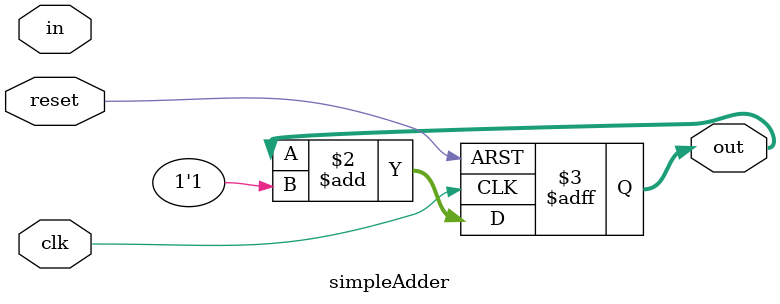
<source format=sv>
module simpleAdder#(parameter N = 8)(input clk,reset,
												 input [N-1:0] in,
												 output [N-1:0] out);
					always_ff @(posedge clk, posedge reset) 
						if (reset) 
							out <= 1'b0; 
						else 
							out <= out + 1'b1; 

endmodule

</source>
